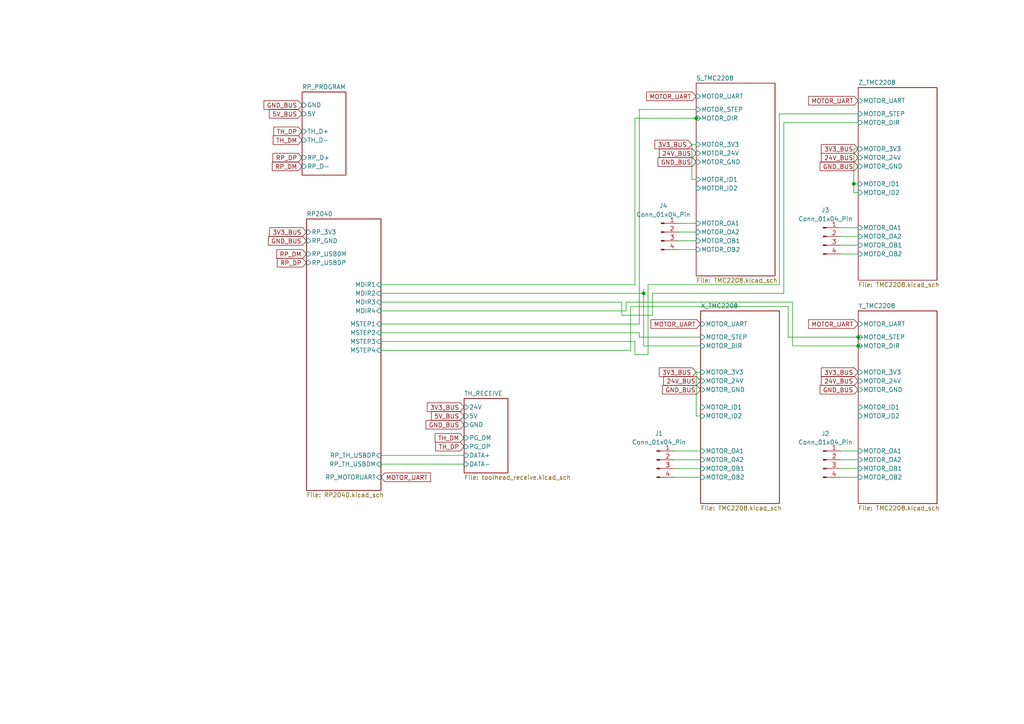
<source format=kicad_sch>
(kicad_sch (version 20250114) (generator "eeschema") (generator_version "9.0")
  (paper "A4")
  (lib_symbols
    (symbol "Connector:Conn_01x04_Pin" (pin_names (offset 1.016) (hide yes))
      (property "Reference" "J" (at 0 5.08 0))
      (property "Value" "Conn_01x04_Pin" (at 0 -7.62 0))
      (symbol "Conn_01x04_Pin_1_1"
        (rectangle (start 0.8636 2.667) (end 0 2.413) (stroke (width 0.1524)) (fill (type outline)))
        (rectangle (start 0.8636 0.127) (end 0 -0.127) (stroke (width 0.1524)) (fill (type outline)))
        (rectangle (start 0.8636 -2.413) (end 0 -2.667) (stroke (width 0.1524)) (fill (type outline)))
        (rectangle (start 0.8636 -4.953) (end 0 -5.207) (stroke (width 0.1524)) (fill (type outline)))
        (polyline (pts (xy 1.27 2.54) (xy 0.8636 2.54)) (stroke (width 0.1524)))
        (polyline (pts (xy 1.27 0) (xy 0.8636 0)) (stroke (width 0.1524)))
        (polyline (pts (xy 1.27 -2.54) (xy 0.8636 -2.54)) (stroke (width 0.1524)))
        (polyline (pts (xy 1.27 -5.08) (xy 0.8636 -5.08)) (stroke (width 0.1524)))
        (pin passive line (at 5.08 2.54 180) (length 3.81) (name "Pin_1") (number "1"))
        (pin passive line (at 5.08 0 180) (length 3.81) (name "Pin_2") (number "2"))
        (pin passive line (at 5.08 -2.54 180) (length 3.81) (name "Pin_3") (number "3"))
        (pin passive line (at 5.08 -5.08 180) (length 3.81) (name "Pin_4") (number "4"))
      )
    )
  )
  (junction (at 248.92 97.79))
  (junction (at 248.92 100.33))
  (junction (at 201.93 34.29))
  (junction (at 247.65 53.34))
  (junction (at 186.69 85.09))
  (wire (pts (xy 247.65 55.88) (xy 248.92 55.88)))
  (wire (pts (xy 243.84 133.35) (xy 248.92 133.35)))
  (wire (pts (xy 226.06 82.55) (xy 187.96 82.55)))
  (wire (pts (xy 187.96 82.55) (xy 187.96 102.87)))
  (wire (pts (xy 248.92 97.79) (xy 228.6 97.79)))
  (wire (pts (xy 243.84 135.89) (xy 248.92 135.89)))
  (wire (pts (xy 200.66 41.91) (xy 201.93 41.91)))
  (wire (pts (xy 228.6 97.79) (xy 228.6 88.9)))
  (wire (pts (xy 184.15 99.06) (xy 110.49 99.06)))
  (wire (pts (xy 229.87 100.33) (xy 248.92 100.33)))
  (wire (pts (xy 247.65 53.34) (xy 247.65 55.88)))
  (wire (pts (xy 196.85 72.39) (xy 201.93 72.39)))
  (wire (pts (xy 189.23 91.44) (xy 180.34 91.44)))
  (wire (pts (xy 201.93 120.65) (xy 203.2 120.65)))
  (wire (pts (xy 196.85 64.77) (xy 201.93 64.77)))
  (wire (pts (xy 186.69 83.82) (xy 186.69 85.09)))
  (wire (pts (xy 184.15 34.29) (xy 201.93 34.29)))
  (wire (pts (xy 226.06 33.02) (xy 226.06 82.55)))
  (wire (pts (xy 243.84 71.12) (xy 248.92 71.12)))
  (wire (pts (xy 182.88 101.6) (xy 110.49 101.6)))
  (wire (pts (xy 185.42 93.98) (xy 110.49 93.98)))
  (wire (pts (xy 184.15 102.87) (xy 184.15 99.06)))
  (wire (pts (xy 243.84 130.81) (xy 248.92 130.81)))
  (wire (pts (xy 200.66 52.07) (xy 200.66 41.91)))
  (wire (pts (xy 201.93 107.95) (xy 201.93 120.65)))
  (wire (pts (xy 184.15 82.55) (xy 110.49 82.55)))
  (wire (pts (xy 243.84 68.58) (xy 248.92 68.58)))
  (wire (pts (xy 229.87 100.33) (xy 229.87 87.63)))
  (wire (pts (xy 195.58 130.81) (xy 203.2 130.81)))
  (wire (pts (xy 196.85 67.31) (xy 201.93 67.31)))
  (wire (pts (xy 185.42 31.75) (xy 185.42 93.98)))
  (wire (pts (xy 247.65 43.18) (xy 247.65 53.34)))
  (wire (pts (xy 182.88 88.9) (xy 182.88 101.6)))
  (wire (pts (xy 243.84 138.43) (xy 248.92 138.43)))
  (wire (pts (xy 201.93 107.95) (xy 203.2 107.95)))
  (wire (pts (xy 228.6 88.9) (xy 182.88 88.9)))
  (wire (pts (xy 195.58 138.43) (xy 203.2 138.43)))
  (wire (pts (xy 203.2 100.33) (xy 186.69 100.33)))
  (wire (pts (xy 180.34 91.44) (xy 180.34 87.63)))
  (wire (pts (xy 201.93 31.75) (xy 185.42 31.75)))
  (wire (pts (xy 185.42 97.79) (xy 185.42 96.52)))
  (wire (pts (xy 180.34 87.63) (xy 110.49 87.63)))
  (wire (pts (xy 248.92 43.18) (xy 247.65 43.18)))
  (wire (pts (xy 189.23 85.09) (xy 189.23 91.44)))
  (wire (pts (xy 227.33 35.56) (xy 227.33 85.09)))
  (wire (pts (xy 201.93 34.29) (xy 203.2 34.29)))
  (wire (pts (xy 196.85 69.85) (xy 201.93 69.85)))
  (wire (pts (xy 195.58 135.89) (xy 203.2 135.89)))
  (wire (pts (xy 248.92 100.33) (xy 250.19 100.33)))
  (wire (pts (xy 227.33 85.09) (xy 189.23 85.09)))
  (wire (pts (xy 110.49 96.52) (xy 185.42 96.52)))
  (wire (pts (xy 187.96 102.87) (xy 184.15 102.87)))
  (wire (pts (xy 203.2 97.79) (xy 185.42 97.79)))
  (wire (pts (xy 243.84 66.04) (xy 248.92 66.04)))
  (wire (pts (xy 248.92 33.02) (xy 226.06 33.02)))
  (wire (pts (xy 201.93 52.07) (xy 200.66 52.07)))
  (wire (pts (xy 243.84 73.66) (xy 248.92 73.66)))
  (wire (pts (xy 247.65 53.34) (xy 248.92 53.34)))
  (wire (pts (xy 229.87 87.63) (xy 181.61 87.63)))
  (wire (pts (xy 110.49 132.08) (xy 134.62 132.08)))
  (wire (pts (xy 184.15 34.29) (xy 184.15 82.55)))
  (wire (pts (xy 110.49 90.17) (xy 181.61 90.17)))
  (wire (pts (xy 186.69 85.09) (xy 186.69 100.33)))
  (wire (pts (xy 181.61 87.63) (xy 181.61 90.17)))
  (wire (pts (xy 110.49 134.62) (xy 134.62 134.62)))
  (wire (pts (xy 250.19 97.79) (xy 248.92 97.79)))
  (wire (pts (xy 248.92 35.56) (xy 227.33 35.56)))
  (wire (pts (xy 195.58 133.35) (xy 203.2 133.35)))
  (wire (pts (xy 110.49 85.09) (xy 186.69 85.09)))
  (global_label "3V3_BUS" (shape input) (at 201.93 107.95 180) (property "Intersheetrefs" "${INTERSHEET_REFS}" (effects (hide yes))))
  (global_label "GND_BUS" (shape input) (at 87.63 30.48 180) (property "Intersheetrefs" "${INTERSHEET_REFS}" (effects (hide yes))))
  (global_label "24V_BUS" (shape input) (at 248.92 45.72 180) (property "Intersheetrefs" "${INTERSHEET_REFS}" (effects (hide yes))))
  (global_label "RP_DM" (shape input) (at 88.9 73.66 180) (property "Intersheetrefs" "${INTERSHEET_REFS}" (effects (hide yes))))
  (global_label "GND_BUS" (shape input) (at 248.92 113.03 180) (property "Intersheetrefs" "${INTERSHEET_REFS}" (effects (hide yes))))
  (global_label "MOTOR_UART" (shape input) (at 248.92 29.21 180) (property "Intersheetrefs" "${INTERSHEET_REFS}" (effects (hide yes))))
  (global_label "MOTOR_UART" (shape input) (at 110.49 138.43 0) (property "Intersheetrefs" "${INTERSHEET_REFS}" (effects (hide yes))))
  (global_label "5V_BUS" (shape input) (at 134.62 120.65 180) (property "Intersheetrefs" "${INTERSHEET_REFS}" (effects (hide yes))))
  (global_label "MOTOR_UART" (shape input) (at 201.93 27.94 180) (property "Intersheetrefs" "${INTERSHEET_REFS}" (effects (hide yes))))
  (global_label "24V_BUS" (shape input) (at 201.93 44.45 180) (property "Intersheetrefs" "${INTERSHEET_REFS}" (effects (hide yes))))
  (global_label "GND_BUS" (shape input) (at 201.93 46.99 180) (property "Intersheetrefs" "${INTERSHEET_REFS}" (effects (hide yes))))
  (global_label "GND_BUS" (shape input) (at 248.92 48.26 180) (property "Intersheetrefs" "${INTERSHEET_REFS}" (effects (hide yes))))
  (global_label "3V3_BUS" (shape input) (at 200.66 41.91 180) (property "Intersheetrefs" "${INTERSHEET_REFS}" (effects (hide yes))))
  (global_label "5V_BUS" (shape input) (at 87.63 33.02 180) (property "Intersheetrefs" "${INTERSHEET_REFS}" (effects (hide yes))))
  (global_label "MOTOR_UART" (shape input) (at 203.2 93.98 180) (property "Intersheetrefs" "${INTERSHEET_REFS}" (effects (hide yes))))
  (global_label "3V3_BUS" (shape input) (at 134.62 118.11 180) (property "Intersheetrefs" "${INTERSHEET_REFS}" (effects (hide yes))))
  (global_label "3V3_BUS" (shape input) (at 248.92 107.95 180) (property "Intersheetrefs" "${INTERSHEET_REFS}" (effects (hide yes))))
  (global_label "MOTOR_UART" (shape input) (at 248.92 93.98 180) (property "Intersheetrefs" "${INTERSHEET_REFS}" (effects (hide yes))))
  (global_label "RP_DP" (shape input) (at 88.9 76.2 180) (property "Intersheetrefs" "${INTERSHEET_REFS}" (effects (hide yes))))
  (global_label "RP_DP" (shape input) (at 87.63 45.72 180) (property "Intersheetrefs" "${INTERSHEET_REFS}" (effects (hide yes))))
  (global_label "TH_DM" (shape input) (at 87.63 40.64 180) (property "Intersheetrefs" "${INTERSHEET_REFS}" (effects (hide yes))))
  (global_label "RP_DM" (shape input) (at 87.63 48.26 180) (property "Intersheetrefs" "${INTERSHEET_REFS}" (effects (hide yes))))
  (global_label "3V3_BUS" (shape input) (at 88.9 67.31 180) (property "Intersheetrefs" "${INTERSHEET_REFS}" (effects (hide yes))))
  (global_label "3V3_BUS" (shape input) (at 248.92 43.18 180) (property "Intersheetrefs" "${INTERSHEET_REFS}" (effects (hide yes))))
  (global_label "GND_BUS" (shape input) (at 134.62 123.19 180) (property "Intersheetrefs" "${INTERSHEET_REFS}" (effects (hide yes))))
  (global_label "TH_DP" (shape input) (at 134.62 129.54 180) (property "Intersheetrefs" "${INTERSHEET_REFS}" (effects (hide yes))))
  (global_label "TH_DP" (shape input) (at 87.63 38.1 180) (property "Intersheetrefs" "${INTERSHEET_REFS}" (effects (hide yes))))
  (global_label "TH_DM" (shape input) (at 134.62 127 180) (property "Intersheetrefs" "${INTERSHEET_REFS}" (effects (hide yes))))
  (global_label "GND_BUS" (shape input) (at 203.2 113.03 180) (property "Intersheetrefs" "${INTERSHEET_REFS}" (effects (hide yes))))
  (global_label "24V_BUS" (shape input) (at 248.92 110.49 180) (property "Intersheetrefs" "${INTERSHEET_REFS}" (effects (hide yes))))
  (global_label "24V_BUS" (shape input) (at 203.2 110.49 180) (property "Intersheetrefs" "${INTERSHEET_REFS}" (effects (hide yes))))
  (global_label "GND_BUS" (shape input) (at 88.9 69.85 180) (property "Intersheetrefs" "${INTERSHEET_REFS}" (effects (hide yes))))
  (symbol (lib_id "Connector:Conn_01x04_Pin") (at 238.76 68.58 0) (unit 1)
    (property "Reference" "J3" (at 239.395 60.96 0))
    (property "Value" "Conn_01x04_Pin" (at 239.395 63.5 0))
    (property "Description" "Generic connector, single row, 01x04, script generated" (effects (hide yes)))
  )
  (symbol (lib_id "Connector:Conn_01x04_Pin") (at 238.76 133.35 0) (unit 1)
    (property "Reference" "J2" (at 239.395 125.73 0))
    (property "Value" "Conn_01x04_Pin" (at 239.395 128.27 0))
    (property "Description" "Generic connector, single row, 01x04, script generated" (effects (hide yes)))
  )
  (symbol (lib_id "Connector:Conn_01x04_Pin") (at 190.5 133.35 0) (unit 1)
    (property "Reference" "J1" (at 191.135 125.73 0))
    (property "Value" "Conn_01x04_Pin" (at 191.135 128.27 0))
    (property "Description" "Generic connector, single row, 01x04, script generated" (effects (hide yes)))
  )
  (symbol (lib_id "Connector:Conn_01x04_Pin") (at 191.77 67.31 0) (unit 1)
    (property "Reference" "J4" (at 192.405 59.69 0))
    (property "Value" "Conn_01x04_Pin" (at 192.405 62.23 0))
    (property "Description" "Generic connector, single row, 01x04, script generated" (effects (hide yes)))
  )
  (sheet (at 134.62 115.57) (size 12.7 21.59) (stroke (width 0.1524))
    (property "Sheetname" "TH_RECEIVE" (at 134.62 114.8584 0) (effects (justify left bottom)))
    (property "Sheetfile" "toolhead_receive.kicad_sch" (at 134.62 137.7446 0) (effects (justify left top)))
    (pin "24V" input (at 134.62 118.11 180))
    (pin "DATA+" input (at 134.62 132.08 180))
    (pin "5V" input (at 134.62 120.65 180))
    (pin "DATA-" input (at 134.62 134.62 180))
    (pin "GND" input (at 134.62 123.19 180))
    (pin "PG_DM" input (at 134.62 127 180))
    (pin "PG_DP" input (at 134.62 129.54 180))
  )
  (sheet (at 248.92 90.17) (size 22.86 55.88) (stroke (width 0.1524))
    (property "Sheetname" "Y_TMC2208" (at 248.92 89.4584 0) (effects (justify left bottom)))
    (property "Sheetfile" "TMC2208.kicad_sch" (at 248.92 146.6346 0) (effects (justify left top)))
    (pin "MOTOR_UART" input (at 248.92 93.98 180))
    (pin "MOTOR_OA1" input (at 248.92 130.81 180))
    (pin "MOTOR_OA2" input (at 248.92 133.35 180))
    (pin "MOTOR_OB1" input (at 248.92 135.89 180))
    (pin "MOTOR_OB2" input (at 248.92 138.43 180))
    (pin "MOTOR_STEP" input (at 248.92 97.79 180))
    (pin "MOTOR_DIR" input (at 248.92 100.33 180))
    (pin "MOTOR_3V3" input (at 248.92 107.95 180))
    (pin "MOTOR_24V" input (at 248.92 110.49 180))
    (pin "MOTOR_GND" input (at 248.92 113.03 180))
    (pin "MOTOR_ID1" input (at 248.92 118.11 180))
    (pin "MOTOR_ID2" input (at 248.92 120.65 180))
  )
  (sheet (at 203.2 90.17) (size 22.86 55.88) (stroke (width 0.1524))
    (property "Sheetname" "X_TMC2208" (at 203.2 89.4584 0) (effects (justify left bottom)))
    (property "Sheetfile" "TMC2208.kicad_sch" (at 203.2 146.6346 0) (effects (justify left top)))
    (pin "MOTOR_UART" input (at 203.2 93.98 180))
    (pin "MOTOR_OA1" input (at 203.2 130.81 180))
    (pin "MOTOR_OA2" input (at 203.2 133.35 180))
    (pin "MOTOR_OB1" input (at 203.2 135.89 180))
    (pin "MOTOR_OB2" input (at 203.2 138.43 180))
    (pin "MOTOR_STEP" input (at 203.2 97.79 180))
    (pin "MOTOR_DIR" input (at 203.2 100.33 180))
    (pin "MOTOR_3V3" input (at 203.2 107.95 180))
    (pin "MOTOR_24V" input (at 203.2 110.49 180))
    (pin "MOTOR_GND" input (at 203.2 113.03 180))
    (pin "MOTOR_ID1" input (at 203.2 118.11 180))
    (pin "MOTOR_ID2" input (at 203.2 120.65 180))
  )
  (sheet (at 88.9 63.5) (size 21.59 78.74) (stroke (width 0.1524))
    (property "Sheetname" "RP2040" (at 88.9 62.7884 0) (effects (justify left bottom)))
    (property "Sheetfile" "RP2040.kicad_sch" (at 88.9 142.8246 0) (effects (justify left top)))
    (pin "RP_3V3" input (at 88.9 67.31 180))
    (pin "RP_GND" input (at 88.9 69.85 180))
    (pin "RP_USBDM" input (at 88.9 73.66 180))
    (pin "RP_USBDP" input (at 88.9 76.2 180))
    (pin "RP_MOTORUART" input (at 110.49 138.43 0))
    (pin "RP_TH_USBDM" input (at 110.49 134.62 0))
    (pin "RP_TH_USBDP" input (at 110.49 132.08 0))
    (pin "MDIR1" input (at 110.49 82.55 0))
    (pin "MSTEP2" input (at 110.49 96.52 0))
    (pin "MSTEP1" input (at 110.49 93.98 0))
    (pin "MSTEP4" input (at 110.49 101.6 0))
    (pin "MDIR4" input (at 110.49 90.17 0))
    (pin "MDIR3" input (at 110.49 87.63 0))
    (pin "MDIR2" input (at 110.49 85.09 0))
    (pin "MSTEP3" input (at 110.49 99.06 0))
  )
  (sheet (at 87.63 26.67) (size 12.7 24.13) (stroke (width 0.1524))
    (property "Sheetname" "RP_PROGRAM" (at 87.63 25.9584 0) (effects (justify left bottom)))
    (property "Sheetfile" "rp_program.kicad_sch" (effects (hide yes)))
    (pin "TH_D+" input (at 87.63 38.1 180))
    (pin "RP_D-" input (at 87.63 48.26 180))
    (pin "GND" input (at 87.63 30.48 180))
    (pin "TH_D-" input (at 87.63 40.64 180))
    (pin "RP_D+" input (at 87.63 45.72 180))
    (pin "5V" input (at 87.63 33.02 180))
  )
  (sheet (at 201.93 24.13) (size 22.86 55.88) (stroke (width 0.1524))
    (property "Sheetname" "S_TMC2208" (at 201.93 23.4184 0) (effects (justify left bottom)))
    (property "Sheetfile" "TMC2208.kicad_sch" (at 201.93 80.5946 0) (effects (justify left top)))
    (pin "MOTOR_UART" input (at 201.93 27.94 180))
    (pin "MOTOR_OA1" input (at 201.93 64.77 180))
    (pin "MOTOR_OA2" input (at 201.93 67.31 180))
    (pin "MOTOR_OB1" input (at 201.93 69.85 180))
    (pin "MOTOR_OB2" input (at 201.93 72.39 180))
    (pin "MOTOR_STEP" input (at 201.93 31.75 180))
    (pin "MOTOR_DIR" input (at 201.93 34.29 180))
    (pin "MOTOR_3V3" input (at 201.93 41.91 180))
    (pin "MOTOR_24V" input (at 201.93 44.45 180))
    (pin "MOTOR_GND" input (at 201.93 46.99 180))
    (pin "MOTOR_ID1" input (at 201.93 52.07 180))
    (pin "MOTOR_ID2" input (at 201.93 54.61 180))
  )
  (sheet (at 248.92 25.4) (size 22.86 55.88) (stroke (width 0.1524))
    (property "Sheetname" "Z_TMC2208" (at 248.92 24.6884 0) (effects (justify left bottom)))
    (property "Sheetfile" "TMC2208.kicad_sch" (at 248.92 81.8646 0) (effects (justify left top)))
    (pin "MOTOR_UART" input (at 248.92 29.21 180))
    (pin "MOTOR_OA1" input (at 248.92 66.04 180))
    (pin "MOTOR_OA2" input (at 248.92 68.58 180))
    (pin "MOTOR_OB1" input (at 248.92 71.12 180))
    (pin "MOTOR_OB2" input (at 248.92 73.66 180))
    (pin "MOTOR_STEP" input (at 248.92 33.02 180))
    (pin "MOTOR_DIR" input (at 248.92 35.56 180))
    (pin "MOTOR_3V3" input (at 248.92 43.18 180))
    (pin "MOTOR_24V" input (at 248.92 45.72 180))
    (pin "MOTOR_GND" input (at 248.92 48.26 180))
    (pin "MOTOR_ID1" input (at 248.92 53.34 180))
    (pin "MOTOR_ID2" input (at 248.92 55.88 180))
  )
)
</source>
